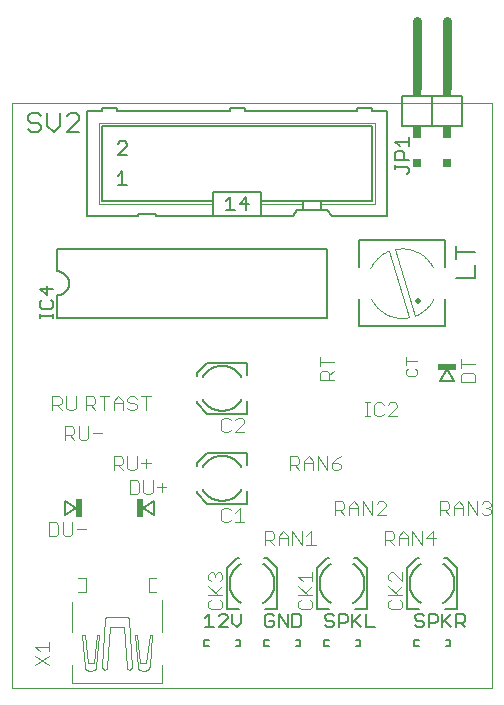
<source format=gto>
G75*
%MOIN*%
%OFA0B0*%
%FSLAX25Y25*%
%IPPOS*%
%LPD*%
%AMOC8*
5,1,8,0,0,1.08239X$1,22.5*
%
%ADD10C,0.00000*%
%ADD11C,0.00600*%
%ADD12C,0.00500*%
%ADD13C,0.00800*%
%ADD14C,0.00400*%
%ADD15C,0.00300*%
%ADD16R,0.06200X0.02400*%
%ADD17C,0.03000*%
%ADD18R,0.03000X0.02000*%
%ADD19R,0.03000X0.04000*%
%ADD20R,0.03000X0.03000*%
%ADD21C,0.00200*%
%ADD22C,0.00700*%
%ADD23C,0.01969*%
%ADD24R,0.02400X0.06200*%
D10*
X0001800Y0001800D02*
X0001800Y0196800D01*
X0161800Y0196800D01*
X0161800Y0001800D01*
X0001800Y0001800D01*
D11*
X0065800Y0015800D02*
X0067300Y0015800D01*
X0065800Y0015800D02*
X0065800Y0017800D01*
X0067300Y0017800D01*
X0076300Y0017800D02*
X0077800Y0017800D01*
X0077800Y0015800D01*
X0076300Y0015800D01*
X0085800Y0015800D02*
X0087300Y0015800D01*
X0085800Y0015800D02*
X0085800Y0017800D01*
X0087300Y0017800D01*
X0096300Y0017800D02*
X0097800Y0017800D01*
X0097800Y0015800D01*
X0096300Y0015800D01*
X0105800Y0015800D02*
X0107300Y0015800D01*
X0105800Y0015800D02*
X0105800Y0017800D01*
X0107300Y0017800D01*
X0116300Y0017800D02*
X0117800Y0017800D01*
X0117800Y0015800D01*
X0116300Y0015800D01*
X0135800Y0015800D02*
X0137300Y0015800D01*
X0135800Y0015800D02*
X0135800Y0017800D01*
X0137300Y0017800D01*
X0146300Y0017800D02*
X0147800Y0017800D01*
X0147800Y0015800D01*
X0146300Y0015800D01*
X0106800Y0125300D02*
X0106800Y0148300D01*
X0016800Y0148300D01*
X0016800Y0140800D01*
X0016926Y0140798D01*
X0017051Y0140792D01*
X0017176Y0140782D01*
X0017301Y0140768D01*
X0017426Y0140751D01*
X0017550Y0140729D01*
X0017673Y0140704D01*
X0017795Y0140674D01*
X0017916Y0140641D01*
X0018036Y0140604D01*
X0018155Y0140564D01*
X0018272Y0140519D01*
X0018389Y0140471D01*
X0018503Y0140419D01*
X0018616Y0140364D01*
X0018727Y0140305D01*
X0018836Y0140243D01*
X0018943Y0140177D01*
X0019048Y0140108D01*
X0019151Y0140036D01*
X0019252Y0139961D01*
X0019350Y0139882D01*
X0019445Y0139800D01*
X0019538Y0139716D01*
X0019628Y0139628D01*
X0019716Y0139538D01*
X0019800Y0139445D01*
X0019882Y0139350D01*
X0019961Y0139252D01*
X0020036Y0139151D01*
X0020108Y0139048D01*
X0020177Y0138943D01*
X0020243Y0138836D01*
X0020305Y0138727D01*
X0020364Y0138616D01*
X0020419Y0138503D01*
X0020471Y0138389D01*
X0020519Y0138272D01*
X0020564Y0138155D01*
X0020604Y0138036D01*
X0020641Y0137916D01*
X0020674Y0137795D01*
X0020704Y0137673D01*
X0020729Y0137550D01*
X0020751Y0137426D01*
X0020768Y0137301D01*
X0020782Y0137176D01*
X0020792Y0137051D01*
X0020798Y0136926D01*
X0020800Y0136800D01*
X0020798Y0136674D01*
X0020792Y0136549D01*
X0020782Y0136424D01*
X0020768Y0136299D01*
X0020751Y0136174D01*
X0020729Y0136050D01*
X0020704Y0135927D01*
X0020674Y0135805D01*
X0020641Y0135684D01*
X0020604Y0135564D01*
X0020564Y0135445D01*
X0020519Y0135328D01*
X0020471Y0135211D01*
X0020419Y0135097D01*
X0020364Y0134984D01*
X0020305Y0134873D01*
X0020243Y0134764D01*
X0020177Y0134657D01*
X0020108Y0134552D01*
X0020036Y0134449D01*
X0019961Y0134348D01*
X0019882Y0134250D01*
X0019800Y0134155D01*
X0019716Y0134062D01*
X0019628Y0133972D01*
X0019538Y0133884D01*
X0019445Y0133800D01*
X0019350Y0133718D01*
X0019252Y0133639D01*
X0019151Y0133564D01*
X0019048Y0133492D01*
X0018943Y0133423D01*
X0018836Y0133357D01*
X0018727Y0133295D01*
X0018616Y0133236D01*
X0018503Y0133181D01*
X0018389Y0133129D01*
X0018272Y0133081D01*
X0018155Y0133036D01*
X0018036Y0132996D01*
X0017916Y0132959D01*
X0017795Y0132926D01*
X0017673Y0132896D01*
X0017550Y0132871D01*
X0017426Y0132849D01*
X0017301Y0132832D01*
X0017176Y0132818D01*
X0017051Y0132808D01*
X0016926Y0132802D01*
X0016800Y0132800D01*
X0016800Y0125300D01*
X0106800Y0125300D01*
X0149811Y0138481D02*
X0156217Y0138481D01*
X0156217Y0142751D01*
X0156217Y0147061D02*
X0149811Y0147061D01*
X0149811Y0144926D02*
X0149811Y0149196D01*
X0151800Y0189300D02*
X0141800Y0189300D01*
X0141800Y0199300D01*
X0151800Y0199300D01*
X0151800Y0189300D01*
X0141800Y0189300D02*
X0131800Y0189300D01*
X0131800Y0199300D01*
X0141800Y0199300D01*
D12*
X0134050Y0185449D02*
X0134050Y0182446D01*
X0134050Y0183947D02*
X0129546Y0183947D01*
X0131047Y0182446D01*
X0130297Y0180845D02*
X0131798Y0180845D01*
X0132549Y0180094D01*
X0132549Y0177842D01*
X0134050Y0177842D02*
X0129546Y0177842D01*
X0129546Y0180094D01*
X0130297Y0180845D01*
X0129546Y0176241D02*
X0129546Y0174739D01*
X0129546Y0175490D02*
X0133299Y0175490D01*
X0134050Y0174739D01*
X0134050Y0173989D01*
X0133299Y0173238D01*
X0126800Y0159300D02*
X0126800Y0194300D01*
X0121800Y0194300D01*
X0121800Y0195300D01*
X0116800Y0195300D01*
X0116800Y0194300D01*
X0079300Y0194300D01*
X0079300Y0195300D01*
X0074300Y0195300D01*
X0074300Y0194300D01*
X0036800Y0194300D01*
X0036800Y0195300D01*
X0031800Y0195300D01*
X0031800Y0194300D01*
X0026800Y0194300D01*
X0026800Y0159300D01*
X0043800Y0159300D01*
X0043800Y0159800D01*
X0049800Y0159800D01*
X0049800Y0159300D01*
X0068800Y0159300D01*
X0068800Y0163300D01*
X0068800Y0164300D01*
X0031800Y0164300D01*
X0031800Y0189300D01*
X0121800Y0189300D01*
X0121800Y0164300D01*
X0104800Y0164300D01*
X0098800Y0164300D01*
X0084800Y0164300D01*
X0084800Y0163300D01*
X0084800Y0159300D01*
X0068800Y0159300D01*
X0068800Y0164300D02*
X0068800Y0167300D01*
X0084800Y0167300D01*
X0084800Y0164300D01*
X0084800Y0159300D02*
X0095300Y0159300D01*
X0096800Y0161300D01*
X0098800Y0161300D01*
X0104800Y0161300D01*
X0104800Y0163300D01*
X0104800Y0164300D01*
X0104800Y0161300D02*
X0106800Y0161300D01*
X0108300Y0159300D01*
X0126800Y0159300D01*
X0098800Y0161300D02*
X0098800Y0163300D01*
X0098800Y0164300D01*
X0080656Y0163302D02*
X0077654Y0163302D01*
X0079906Y0165554D01*
X0079906Y0161050D01*
X0076053Y0161050D02*
X0073050Y0161050D01*
X0074551Y0161050D02*
X0074551Y0165554D01*
X0073050Y0164053D01*
X0040053Y0169550D02*
X0037050Y0169550D01*
X0038551Y0169550D02*
X0038551Y0174054D01*
X0037050Y0172553D01*
X0037050Y0179550D02*
X0040053Y0182553D01*
X0040053Y0183303D01*
X0039302Y0184054D01*
X0037801Y0184054D01*
X0037050Y0183303D01*
X0037050Y0179550D02*
X0040053Y0179550D01*
X0015550Y0134975D02*
X0011046Y0134975D01*
X0013298Y0132723D01*
X0013298Y0135726D01*
X0011797Y0131122D02*
X0011046Y0130371D01*
X0011046Y0128870D01*
X0011797Y0128119D01*
X0014799Y0128119D01*
X0015550Y0128870D01*
X0015550Y0130371D01*
X0014799Y0131122D01*
X0015550Y0126551D02*
X0015550Y0125050D01*
X0015550Y0125801D02*
X0011046Y0125801D01*
X0011046Y0126551D02*
X0011046Y0125050D01*
X0067551Y0026554D02*
X0066050Y0025053D01*
X0067551Y0026554D02*
X0067551Y0022050D01*
X0066050Y0022050D02*
X0069053Y0022050D01*
X0070654Y0022050D02*
X0073656Y0025053D01*
X0073656Y0025803D01*
X0072906Y0026554D01*
X0071405Y0026554D01*
X0070654Y0025803D01*
X0070654Y0022050D02*
X0073656Y0022050D01*
X0075258Y0023551D02*
X0076759Y0022050D01*
X0078260Y0023551D01*
X0078260Y0026554D01*
X0075258Y0026554D02*
X0075258Y0023551D01*
X0086050Y0022801D02*
X0086801Y0022050D01*
X0088302Y0022050D01*
X0089053Y0022801D01*
X0089053Y0024302D01*
X0087551Y0024302D01*
X0086050Y0025803D02*
X0086050Y0022801D01*
X0086050Y0025803D02*
X0086801Y0026554D01*
X0088302Y0026554D01*
X0089053Y0025803D01*
X0090654Y0026554D02*
X0093656Y0022050D01*
X0093656Y0026554D01*
X0095258Y0026554D02*
X0097510Y0026554D01*
X0098260Y0025803D01*
X0098260Y0022801D01*
X0097510Y0022050D01*
X0095258Y0022050D01*
X0095258Y0026554D01*
X0090654Y0026554D02*
X0090654Y0022050D01*
X0106050Y0022801D02*
X0106801Y0022050D01*
X0108302Y0022050D01*
X0109053Y0022801D01*
X0109053Y0023551D01*
X0108302Y0024302D01*
X0106801Y0024302D01*
X0106050Y0025053D01*
X0106050Y0025803D01*
X0106801Y0026554D01*
X0108302Y0026554D01*
X0109053Y0025803D01*
X0110654Y0026554D02*
X0112906Y0026554D01*
X0113656Y0025803D01*
X0113656Y0024302D01*
X0112906Y0023551D01*
X0110654Y0023551D01*
X0110654Y0022050D02*
X0110654Y0026554D01*
X0115258Y0026554D02*
X0115258Y0022050D01*
X0115258Y0023551D02*
X0118260Y0026554D01*
X0119862Y0026554D02*
X0119862Y0022050D01*
X0122864Y0022050D01*
X0118260Y0022050D02*
X0116008Y0024302D01*
X0136050Y0025053D02*
X0136801Y0024302D01*
X0138302Y0024302D01*
X0139053Y0023551D01*
X0139053Y0022801D01*
X0138302Y0022050D01*
X0136801Y0022050D01*
X0136050Y0022801D01*
X0136050Y0025053D02*
X0136050Y0025803D01*
X0136801Y0026554D01*
X0138302Y0026554D01*
X0139053Y0025803D01*
X0140654Y0026554D02*
X0142906Y0026554D01*
X0143656Y0025803D01*
X0143656Y0024302D01*
X0142906Y0023551D01*
X0140654Y0023551D01*
X0140654Y0022050D02*
X0140654Y0026554D01*
X0145258Y0026554D02*
X0145258Y0022050D01*
X0145258Y0023551D02*
X0148260Y0026554D01*
X0149862Y0026554D02*
X0152114Y0026554D01*
X0152864Y0025803D01*
X0152864Y0024302D01*
X0152114Y0023551D01*
X0149862Y0023551D01*
X0149862Y0022050D02*
X0149862Y0026554D01*
X0151363Y0023551D02*
X0152864Y0022050D01*
X0148260Y0022050D02*
X0146008Y0024302D01*
D13*
X0146131Y0028335D02*
X0150265Y0028335D01*
X0150265Y0041721D01*
X0146721Y0045265D01*
X0145934Y0045265D01*
X0138060Y0043296D02*
X0137903Y0043203D01*
X0137748Y0043106D01*
X0137595Y0043006D01*
X0137445Y0042901D01*
X0137298Y0042793D01*
X0137153Y0042682D01*
X0137011Y0042567D01*
X0136872Y0042448D01*
X0136735Y0042326D01*
X0136602Y0042201D01*
X0136472Y0042073D01*
X0136345Y0041941D01*
X0136221Y0041807D01*
X0136101Y0041669D01*
X0135984Y0041529D01*
X0135870Y0041386D01*
X0135760Y0041240D01*
X0135654Y0041091D01*
X0135551Y0040940D01*
X0135452Y0040787D01*
X0135357Y0040631D01*
X0135265Y0040472D01*
X0135178Y0040312D01*
X0135094Y0040150D01*
X0135014Y0039985D01*
X0134939Y0039819D01*
X0134867Y0039651D01*
X0134800Y0039481D01*
X0134736Y0039309D01*
X0134677Y0039136D01*
X0134623Y0038962D01*
X0134572Y0038786D01*
X0134526Y0038610D01*
X0134484Y0038432D01*
X0134446Y0038253D01*
X0134413Y0038073D01*
X0134384Y0037893D01*
X0134360Y0037712D01*
X0134340Y0037530D01*
X0134324Y0037348D01*
X0134313Y0037165D01*
X0134306Y0036983D01*
X0134304Y0036800D01*
X0134306Y0036617D01*
X0134313Y0036435D01*
X0134324Y0036252D01*
X0134340Y0036070D01*
X0134360Y0035888D01*
X0134384Y0035707D01*
X0134413Y0035527D01*
X0134446Y0035347D01*
X0134484Y0035168D01*
X0134526Y0034990D01*
X0134572Y0034814D01*
X0134623Y0034638D01*
X0134677Y0034464D01*
X0134736Y0034291D01*
X0134800Y0034119D01*
X0134867Y0033949D01*
X0134939Y0033781D01*
X0135014Y0033615D01*
X0135094Y0033450D01*
X0135178Y0033288D01*
X0135265Y0033128D01*
X0135357Y0032969D01*
X0135452Y0032813D01*
X0135551Y0032660D01*
X0135654Y0032509D01*
X0135760Y0032360D01*
X0135870Y0032214D01*
X0135984Y0032071D01*
X0136101Y0031931D01*
X0136221Y0031793D01*
X0136345Y0031659D01*
X0136472Y0031527D01*
X0136602Y0031399D01*
X0136735Y0031274D01*
X0136872Y0031152D01*
X0137011Y0031033D01*
X0137153Y0030918D01*
X0137298Y0030807D01*
X0137445Y0030699D01*
X0137595Y0030594D01*
X0137748Y0030494D01*
X0137903Y0030397D01*
X0138060Y0030304D01*
X0137469Y0028335D02*
X0133335Y0028335D01*
X0133335Y0041721D01*
X0136879Y0045265D01*
X0137469Y0045265D01*
X0145540Y0043296D02*
X0145697Y0043203D01*
X0145852Y0043106D01*
X0146005Y0043006D01*
X0146155Y0042901D01*
X0146302Y0042793D01*
X0146447Y0042682D01*
X0146589Y0042567D01*
X0146728Y0042448D01*
X0146865Y0042326D01*
X0146998Y0042201D01*
X0147128Y0042073D01*
X0147255Y0041941D01*
X0147379Y0041807D01*
X0147499Y0041669D01*
X0147616Y0041529D01*
X0147730Y0041386D01*
X0147840Y0041240D01*
X0147946Y0041091D01*
X0148049Y0040940D01*
X0148148Y0040787D01*
X0148243Y0040631D01*
X0148335Y0040472D01*
X0148422Y0040312D01*
X0148506Y0040150D01*
X0148586Y0039985D01*
X0148661Y0039819D01*
X0148733Y0039651D01*
X0148800Y0039481D01*
X0148864Y0039309D01*
X0148923Y0039136D01*
X0148977Y0038962D01*
X0149028Y0038786D01*
X0149074Y0038610D01*
X0149116Y0038432D01*
X0149154Y0038253D01*
X0149187Y0038073D01*
X0149216Y0037893D01*
X0149240Y0037712D01*
X0149260Y0037530D01*
X0149276Y0037348D01*
X0149287Y0037165D01*
X0149294Y0036983D01*
X0149296Y0036800D01*
X0149294Y0036617D01*
X0149287Y0036435D01*
X0149276Y0036252D01*
X0149260Y0036070D01*
X0149240Y0035888D01*
X0149216Y0035707D01*
X0149187Y0035527D01*
X0149154Y0035347D01*
X0149116Y0035168D01*
X0149074Y0034990D01*
X0149028Y0034814D01*
X0148977Y0034638D01*
X0148923Y0034464D01*
X0148864Y0034291D01*
X0148800Y0034119D01*
X0148733Y0033949D01*
X0148661Y0033781D01*
X0148586Y0033615D01*
X0148506Y0033450D01*
X0148422Y0033288D01*
X0148335Y0033128D01*
X0148243Y0032969D01*
X0148148Y0032813D01*
X0148049Y0032660D01*
X0147946Y0032509D01*
X0147840Y0032360D01*
X0147730Y0032214D01*
X0147616Y0032071D01*
X0147499Y0031931D01*
X0147379Y0031793D01*
X0147255Y0031659D01*
X0147128Y0031527D01*
X0146998Y0031399D01*
X0146865Y0031274D01*
X0146728Y0031152D01*
X0146589Y0031033D01*
X0146447Y0030918D01*
X0146302Y0030807D01*
X0146155Y0030699D01*
X0146005Y0030594D01*
X0145852Y0030494D01*
X0145697Y0030397D01*
X0145540Y0030304D01*
X0120265Y0028335D02*
X0116131Y0028335D01*
X0120265Y0028335D02*
X0120265Y0041721D01*
X0116721Y0045265D01*
X0115934Y0045265D01*
X0108060Y0043296D02*
X0107903Y0043203D01*
X0107748Y0043106D01*
X0107595Y0043006D01*
X0107445Y0042901D01*
X0107298Y0042793D01*
X0107153Y0042682D01*
X0107011Y0042567D01*
X0106872Y0042448D01*
X0106735Y0042326D01*
X0106602Y0042201D01*
X0106472Y0042073D01*
X0106345Y0041941D01*
X0106221Y0041807D01*
X0106101Y0041669D01*
X0105984Y0041529D01*
X0105870Y0041386D01*
X0105760Y0041240D01*
X0105654Y0041091D01*
X0105551Y0040940D01*
X0105452Y0040787D01*
X0105357Y0040631D01*
X0105265Y0040472D01*
X0105178Y0040312D01*
X0105094Y0040150D01*
X0105014Y0039985D01*
X0104939Y0039819D01*
X0104867Y0039651D01*
X0104800Y0039481D01*
X0104736Y0039309D01*
X0104677Y0039136D01*
X0104623Y0038962D01*
X0104572Y0038786D01*
X0104526Y0038610D01*
X0104484Y0038432D01*
X0104446Y0038253D01*
X0104413Y0038073D01*
X0104384Y0037893D01*
X0104360Y0037712D01*
X0104340Y0037530D01*
X0104324Y0037348D01*
X0104313Y0037165D01*
X0104306Y0036983D01*
X0104304Y0036800D01*
X0104306Y0036617D01*
X0104313Y0036435D01*
X0104324Y0036252D01*
X0104340Y0036070D01*
X0104360Y0035888D01*
X0104384Y0035707D01*
X0104413Y0035527D01*
X0104446Y0035347D01*
X0104484Y0035168D01*
X0104526Y0034990D01*
X0104572Y0034814D01*
X0104623Y0034638D01*
X0104677Y0034464D01*
X0104736Y0034291D01*
X0104800Y0034119D01*
X0104867Y0033949D01*
X0104939Y0033781D01*
X0105014Y0033615D01*
X0105094Y0033450D01*
X0105178Y0033288D01*
X0105265Y0033128D01*
X0105357Y0032969D01*
X0105452Y0032813D01*
X0105551Y0032660D01*
X0105654Y0032509D01*
X0105760Y0032360D01*
X0105870Y0032214D01*
X0105984Y0032071D01*
X0106101Y0031931D01*
X0106221Y0031793D01*
X0106345Y0031659D01*
X0106472Y0031527D01*
X0106602Y0031399D01*
X0106735Y0031274D01*
X0106872Y0031152D01*
X0107011Y0031033D01*
X0107153Y0030918D01*
X0107298Y0030807D01*
X0107445Y0030699D01*
X0107595Y0030594D01*
X0107748Y0030494D01*
X0107903Y0030397D01*
X0108060Y0030304D01*
X0107469Y0028335D02*
X0103335Y0028335D01*
X0103335Y0041721D01*
X0106879Y0045265D01*
X0107469Y0045265D01*
X0115540Y0043296D02*
X0115697Y0043203D01*
X0115852Y0043106D01*
X0116005Y0043006D01*
X0116155Y0042901D01*
X0116302Y0042793D01*
X0116447Y0042682D01*
X0116589Y0042567D01*
X0116728Y0042448D01*
X0116865Y0042326D01*
X0116998Y0042201D01*
X0117128Y0042073D01*
X0117255Y0041941D01*
X0117379Y0041807D01*
X0117499Y0041669D01*
X0117616Y0041529D01*
X0117730Y0041386D01*
X0117840Y0041240D01*
X0117946Y0041091D01*
X0118049Y0040940D01*
X0118148Y0040787D01*
X0118243Y0040631D01*
X0118335Y0040472D01*
X0118422Y0040312D01*
X0118506Y0040150D01*
X0118586Y0039985D01*
X0118661Y0039819D01*
X0118733Y0039651D01*
X0118800Y0039481D01*
X0118864Y0039309D01*
X0118923Y0039136D01*
X0118977Y0038962D01*
X0119028Y0038786D01*
X0119074Y0038610D01*
X0119116Y0038432D01*
X0119154Y0038253D01*
X0119187Y0038073D01*
X0119216Y0037893D01*
X0119240Y0037712D01*
X0119260Y0037530D01*
X0119276Y0037348D01*
X0119287Y0037165D01*
X0119294Y0036983D01*
X0119296Y0036800D01*
X0119294Y0036617D01*
X0119287Y0036435D01*
X0119276Y0036252D01*
X0119260Y0036070D01*
X0119240Y0035888D01*
X0119216Y0035707D01*
X0119187Y0035527D01*
X0119154Y0035347D01*
X0119116Y0035168D01*
X0119074Y0034990D01*
X0119028Y0034814D01*
X0118977Y0034638D01*
X0118923Y0034464D01*
X0118864Y0034291D01*
X0118800Y0034119D01*
X0118733Y0033949D01*
X0118661Y0033781D01*
X0118586Y0033615D01*
X0118506Y0033450D01*
X0118422Y0033288D01*
X0118335Y0033128D01*
X0118243Y0032969D01*
X0118148Y0032813D01*
X0118049Y0032660D01*
X0117946Y0032509D01*
X0117840Y0032360D01*
X0117730Y0032214D01*
X0117616Y0032071D01*
X0117499Y0031931D01*
X0117379Y0031793D01*
X0117255Y0031659D01*
X0117128Y0031527D01*
X0116998Y0031399D01*
X0116865Y0031274D01*
X0116728Y0031152D01*
X0116589Y0031033D01*
X0116447Y0030918D01*
X0116302Y0030807D01*
X0116155Y0030699D01*
X0116005Y0030594D01*
X0115852Y0030494D01*
X0115697Y0030397D01*
X0115540Y0030304D01*
X0090265Y0028335D02*
X0086131Y0028335D01*
X0090265Y0028335D02*
X0090265Y0041721D01*
X0086721Y0045265D01*
X0085934Y0045265D01*
X0078060Y0043296D02*
X0077903Y0043203D01*
X0077748Y0043106D01*
X0077595Y0043006D01*
X0077445Y0042901D01*
X0077298Y0042793D01*
X0077153Y0042682D01*
X0077011Y0042567D01*
X0076872Y0042448D01*
X0076735Y0042326D01*
X0076602Y0042201D01*
X0076472Y0042073D01*
X0076345Y0041941D01*
X0076221Y0041807D01*
X0076101Y0041669D01*
X0075984Y0041529D01*
X0075870Y0041386D01*
X0075760Y0041240D01*
X0075654Y0041091D01*
X0075551Y0040940D01*
X0075452Y0040787D01*
X0075357Y0040631D01*
X0075265Y0040472D01*
X0075178Y0040312D01*
X0075094Y0040150D01*
X0075014Y0039985D01*
X0074939Y0039819D01*
X0074867Y0039651D01*
X0074800Y0039481D01*
X0074736Y0039309D01*
X0074677Y0039136D01*
X0074623Y0038962D01*
X0074572Y0038786D01*
X0074526Y0038610D01*
X0074484Y0038432D01*
X0074446Y0038253D01*
X0074413Y0038073D01*
X0074384Y0037893D01*
X0074360Y0037712D01*
X0074340Y0037530D01*
X0074324Y0037348D01*
X0074313Y0037165D01*
X0074306Y0036983D01*
X0074304Y0036800D01*
X0074306Y0036617D01*
X0074313Y0036435D01*
X0074324Y0036252D01*
X0074340Y0036070D01*
X0074360Y0035888D01*
X0074384Y0035707D01*
X0074413Y0035527D01*
X0074446Y0035347D01*
X0074484Y0035168D01*
X0074526Y0034990D01*
X0074572Y0034814D01*
X0074623Y0034638D01*
X0074677Y0034464D01*
X0074736Y0034291D01*
X0074800Y0034119D01*
X0074867Y0033949D01*
X0074939Y0033781D01*
X0075014Y0033615D01*
X0075094Y0033450D01*
X0075178Y0033288D01*
X0075265Y0033128D01*
X0075357Y0032969D01*
X0075452Y0032813D01*
X0075551Y0032660D01*
X0075654Y0032509D01*
X0075760Y0032360D01*
X0075870Y0032214D01*
X0075984Y0032071D01*
X0076101Y0031931D01*
X0076221Y0031793D01*
X0076345Y0031659D01*
X0076472Y0031527D01*
X0076602Y0031399D01*
X0076735Y0031274D01*
X0076872Y0031152D01*
X0077011Y0031033D01*
X0077153Y0030918D01*
X0077298Y0030807D01*
X0077445Y0030699D01*
X0077595Y0030594D01*
X0077748Y0030494D01*
X0077903Y0030397D01*
X0078060Y0030304D01*
X0077469Y0028335D02*
X0073335Y0028335D01*
X0073335Y0041721D01*
X0076879Y0045265D01*
X0077469Y0045265D01*
X0085540Y0043296D02*
X0085697Y0043203D01*
X0085852Y0043106D01*
X0086005Y0043006D01*
X0086155Y0042901D01*
X0086302Y0042793D01*
X0086447Y0042682D01*
X0086589Y0042567D01*
X0086728Y0042448D01*
X0086865Y0042326D01*
X0086998Y0042201D01*
X0087128Y0042073D01*
X0087255Y0041941D01*
X0087379Y0041807D01*
X0087499Y0041669D01*
X0087616Y0041529D01*
X0087730Y0041386D01*
X0087840Y0041240D01*
X0087946Y0041091D01*
X0088049Y0040940D01*
X0088148Y0040787D01*
X0088243Y0040631D01*
X0088335Y0040472D01*
X0088422Y0040312D01*
X0088506Y0040150D01*
X0088586Y0039985D01*
X0088661Y0039819D01*
X0088733Y0039651D01*
X0088800Y0039481D01*
X0088864Y0039309D01*
X0088923Y0039136D01*
X0088977Y0038962D01*
X0089028Y0038786D01*
X0089074Y0038610D01*
X0089116Y0038432D01*
X0089154Y0038253D01*
X0089187Y0038073D01*
X0089216Y0037893D01*
X0089240Y0037712D01*
X0089260Y0037530D01*
X0089276Y0037348D01*
X0089287Y0037165D01*
X0089294Y0036983D01*
X0089296Y0036800D01*
X0089294Y0036617D01*
X0089287Y0036435D01*
X0089276Y0036252D01*
X0089260Y0036070D01*
X0089240Y0035888D01*
X0089216Y0035707D01*
X0089187Y0035527D01*
X0089154Y0035347D01*
X0089116Y0035168D01*
X0089074Y0034990D01*
X0089028Y0034814D01*
X0088977Y0034638D01*
X0088923Y0034464D01*
X0088864Y0034291D01*
X0088800Y0034119D01*
X0088733Y0033949D01*
X0088661Y0033781D01*
X0088586Y0033615D01*
X0088506Y0033450D01*
X0088422Y0033288D01*
X0088335Y0033128D01*
X0088243Y0032969D01*
X0088148Y0032813D01*
X0088049Y0032660D01*
X0087946Y0032509D01*
X0087840Y0032360D01*
X0087730Y0032214D01*
X0087616Y0032071D01*
X0087499Y0031931D01*
X0087379Y0031793D01*
X0087255Y0031659D01*
X0087128Y0031527D01*
X0086998Y0031399D01*
X0086865Y0031274D01*
X0086728Y0031152D01*
X0086589Y0031033D01*
X0086447Y0030918D01*
X0086302Y0030807D01*
X0086155Y0030699D01*
X0086005Y0030594D01*
X0085852Y0030494D01*
X0085697Y0030397D01*
X0085540Y0030304D01*
X0080265Y0063335D02*
X0066879Y0063335D01*
X0063335Y0066879D01*
X0063335Y0067469D01*
X0063335Y0075934D02*
X0063335Y0076721D01*
X0066879Y0080265D01*
X0080265Y0080265D01*
X0080265Y0076131D01*
X0080265Y0067469D02*
X0080265Y0063335D01*
X0078296Y0075540D02*
X0078203Y0075697D01*
X0078106Y0075852D01*
X0078006Y0076005D01*
X0077901Y0076155D01*
X0077793Y0076302D01*
X0077682Y0076447D01*
X0077567Y0076589D01*
X0077448Y0076728D01*
X0077326Y0076865D01*
X0077201Y0076998D01*
X0077073Y0077128D01*
X0076941Y0077255D01*
X0076807Y0077379D01*
X0076669Y0077499D01*
X0076529Y0077616D01*
X0076386Y0077730D01*
X0076240Y0077840D01*
X0076091Y0077946D01*
X0075940Y0078049D01*
X0075787Y0078148D01*
X0075631Y0078243D01*
X0075472Y0078335D01*
X0075312Y0078422D01*
X0075150Y0078506D01*
X0074985Y0078586D01*
X0074819Y0078661D01*
X0074651Y0078733D01*
X0074481Y0078800D01*
X0074309Y0078864D01*
X0074136Y0078923D01*
X0073962Y0078977D01*
X0073786Y0079028D01*
X0073610Y0079074D01*
X0073432Y0079116D01*
X0073253Y0079154D01*
X0073073Y0079187D01*
X0072893Y0079216D01*
X0072712Y0079240D01*
X0072530Y0079260D01*
X0072348Y0079276D01*
X0072165Y0079287D01*
X0071983Y0079294D01*
X0071800Y0079296D01*
X0071617Y0079294D01*
X0071435Y0079287D01*
X0071252Y0079276D01*
X0071070Y0079260D01*
X0070888Y0079240D01*
X0070707Y0079216D01*
X0070527Y0079187D01*
X0070347Y0079154D01*
X0070168Y0079116D01*
X0069990Y0079074D01*
X0069814Y0079028D01*
X0069638Y0078977D01*
X0069464Y0078923D01*
X0069291Y0078864D01*
X0069119Y0078800D01*
X0068949Y0078733D01*
X0068781Y0078661D01*
X0068615Y0078586D01*
X0068450Y0078506D01*
X0068288Y0078422D01*
X0068128Y0078335D01*
X0067969Y0078243D01*
X0067813Y0078148D01*
X0067660Y0078049D01*
X0067509Y0077946D01*
X0067360Y0077840D01*
X0067214Y0077730D01*
X0067071Y0077616D01*
X0066931Y0077499D01*
X0066793Y0077379D01*
X0066659Y0077255D01*
X0066527Y0077128D01*
X0066399Y0076998D01*
X0066274Y0076865D01*
X0066152Y0076728D01*
X0066033Y0076589D01*
X0065918Y0076447D01*
X0065807Y0076302D01*
X0065699Y0076155D01*
X0065594Y0076005D01*
X0065494Y0075852D01*
X0065397Y0075697D01*
X0065304Y0075540D01*
X0065304Y0068060D02*
X0065397Y0067903D01*
X0065494Y0067748D01*
X0065594Y0067595D01*
X0065699Y0067445D01*
X0065807Y0067298D01*
X0065918Y0067153D01*
X0066033Y0067011D01*
X0066152Y0066872D01*
X0066274Y0066735D01*
X0066399Y0066602D01*
X0066527Y0066472D01*
X0066659Y0066345D01*
X0066793Y0066221D01*
X0066931Y0066101D01*
X0067071Y0065984D01*
X0067214Y0065870D01*
X0067360Y0065760D01*
X0067509Y0065654D01*
X0067660Y0065551D01*
X0067813Y0065452D01*
X0067969Y0065357D01*
X0068128Y0065265D01*
X0068288Y0065178D01*
X0068450Y0065094D01*
X0068615Y0065014D01*
X0068781Y0064939D01*
X0068949Y0064867D01*
X0069119Y0064800D01*
X0069291Y0064736D01*
X0069464Y0064677D01*
X0069638Y0064623D01*
X0069814Y0064572D01*
X0069990Y0064526D01*
X0070168Y0064484D01*
X0070347Y0064446D01*
X0070527Y0064413D01*
X0070707Y0064384D01*
X0070888Y0064360D01*
X0071070Y0064340D01*
X0071252Y0064324D01*
X0071435Y0064313D01*
X0071617Y0064306D01*
X0071800Y0064304D01*
X0071983Y0064306D01*
X0072165Y0064313D01*
X0072348Y0064324D01*
X0072530Y0064340D01*
X0072712Y0064360D01*
X0072893Y0064384D01*
X0073073Y0064413D01*
X0073253Y0064446D01*
X0073432Y0064484D01*
X0073610Y0064526D01*
X0073786Y0064572D01*
X0073962Y0064623D01*
X0074136Y0064677D01*
X0074309Y0064736D01*
X0074481Y0064800D01*
X0074651Y0064867D01*
X0074819Y0064939D01*
X0074985Y0065014D01*
X0075150Y0065094D01*
X0075312Y0065178D01*
X0075472Y0065265D01*
X0075631Y0065357D01*
X0075787Y0065452D01*
X0075940Y0065551D01*
X0076091Y0065654D01*
X0076240Y0065760D01*
X0076386Y0065870D01*
X0076529Y0065984D01*
X0076669Y0066101D01*
X0076807Y0066221D01*
X0076941Y0066345D01*
X0077073Y0066472D01*
X0077201Y0066602D01*
X0077326Y0066735D01*
X0077448Y0066872D01*
X0077567Y0067011D01*
X0077682Y0067153D01*
X0077793Y0067298D01*
X0077901Y0067445D01*
X0078006Y0067595D01*
X0078106Y0067748D01*
X0078203Y0067903D01*
X0078296Y0068060D01*
X0080265Y0093335D02*
X0066879Y0093335D01*
X0063335Y0096879D01*
X0063335Y0097469D01*
X0063335Y0105934D02*
X0063335Y0106721D01*
X0066879Y0110265D01*
X0080265Y0110265D01*
X0080265Y0106131D01*
X0080265Y0097469D02*
X0080265Y0093335D01*
X0078296Y0105540D02*
X0078203Y0105697D01*
X0078106Y0105852D01*
X0078006Y0106005D01*
X0077901Y0106155D01*
X0077793Y0106302D01*
X0077682Y0106447D01*
X0077567Y0106589D01*
X0077448Y0106728D01*
X0077326Y0106865D01*
X0077201Y0106998D01*
X0077073Y0107128D01*
X0076941Y0107255D01*
X0076807Y0107379D01*
X0076669Y0107499D01*
X0076529Y0107616D01*
X0076386Y0107730D01*
X0076240Y0107840D01*
X0076091Y0107946D01*
X0075940Y0108049D01*
X0075787Y0108148D01*
X0075631Y0108243D01*
X0075472Y0108335D01*
X0075312Y0108422D01*
X0075150Y0108506D01*
X0074985Y0108586D01*
X0074819Y0108661D01*
X0074651Y0108733D01*
X0074481Y0108800D01*
X0074309Y0108864D01*
X0074136Y0108923D01*
X0073962Y0108977D01*
X0073786Y0109028D01*
X0073610Y0109074D01*
X0073432Y0109116D01*
X0073253Y0109154D01*
X0073073Y0109187D01*
X0072893Y0109216D01*
X0072712Y0109240D01*
X0072530Y0109260D01*
X0072348Y0109276D01*
X0072165Y0109287D01*
X0071983Y0109294D01*
X0071800Y0109296D01*
X0071617Y0109294D01*
X0071435Y0109287D01*
X0071252Y0109276D01*
X0071070Y0109260D01*
X0070888Y0109240D01*
X0070707Y0109216D01*
X0070527Y0109187D01*
X0070347Y0109154D01*
X0070168Y0109116D01*
X0069990Y0109074D01*
X0069814Y0109028D01*
X0069638Y0108977D01*
X0069464Y0108923D01*
X0069291Y0108864D01*
X0069119Y0108800D01*
X0068949Y0108733D01*
X0068781Y0108661D01*
X0068615Y0108586D01*
X0068450Y0108506D01*
X0068288Y0108422D01*
X0068128Y0108335D01*
X0067969Y0108243D01*
X0067813Y0108148D01*
X0067660Y0108049D01*
X0067509Y0107946D01*
X0067360Y0107840D01*
X0067214Y0107730D01*
X0067071Y0107616D01*
X0066931Y0107499D01*
X0066793Y0107379D01*
X0066659Y0107255D01*
X0066527Y0107128D01*
X0066399Y0106998D01*
X0066274Y0106865D01*
X0066152Y0106728D01*
X0066033Y0106589D01*
X0065918Y0106447D01*
X0065807Y0106302D01*
X0065699Y0106155D01*
X0065594Y0106005D01*
X0065494Y0105852D01*
X0065397Y0105697D01*
X0065304Y0105540D01*
X0065304Y0098060D02*
X0065397Y0097903D01*
X0065494Y0097748D01*
X0065594Y0097595D01*
X0065699Y0097445D01*
X0065807Y0097298D01*
X0065918Y0097153D01*
X0066033Y0097011D01*
X0066152Y0096872D01*
X0066274Y0096735D01*
X0066399Y0096602D01*
X0066527Y0096472D01*
X0066659Y0096345D01*
X0066793Y0096221D01*
X0066931Y0096101D01*
X0067071Y0095984D01*
X0067214Y0095870D01*
X0067360Y0095760D01*
X0067509Y0095654D01*
X0067660Y0095551D01*
X0067813Y0095452D01*
X0067969Y0095357D01*
X0068128Y0095265D01*
X0068288Y0095178D01*
X0068450Y0095094D01*
X0068615Y0095014D01*
X0068781Y0094939D01*
X0068949Y0094867D01*
X0069119Y0094800D01*
X0069291Y0094736D01*
X0069464Y0094677D01*
X0069638Y0094623D01*
X0069814Y0094572D01*
X0069990Y0094526D01*
X0070168Y0094484D01*
X0070347Y0094446D01*
X0070527Y0094413D01*
X0070707Y0094384D01*
X0070888Y0094360D01*
X0071070Y0094340D01*
X0071252Y0094324D01*
X0071435Y0094313D01*
X0071617Y0094306D01*
X0071800Y0094304D01*
X0071983Y0094306D01*
X0072165Y0094313D01*
X0072348Y0094324D01*
X0072530Y0094340D01*
X0072712Y0094360D01*
X0072893Y0094384D01*
X0073073Y0094413D01*
X0073253Y0094446D01*
X0073432Y0094484D01*
X0073610Y0094526D01*
X0073786Y0094572D01*
X0073962Y0094623D01*
X0074136Y0094677D01*
X0074309Y0094736D01*
X0074481Y0094800D01*
X0074651Y0094867D01*
X0074819Y0094939D01*
X0074985Y0095014D01*
X0075150Y0095094D01*
X0075312Y0095178D01*
X0075472Y0095265D01*
X0075631Y0095357D01*
X0075787Y0095452D01*
X0075940Y0095551D01*
X0076091Y0095654D01*
X0076240Y0095760D01*
X0076386Y0095870D01*
X0076529Y0095984D01*
X0076669Y0096101D01*
X0076807Y0096221D01*
X0076941Y0096345D01*
X0077073Y0096472D01*
X0077201Y0096602D01*
X0077326Y0096735D01*
X0077448Y0096872D01*
X0077567Y0097011D01*
X0077682Y0097153D01*
X0077793Y0097298D01*
X0077901Y0097445D01*
X0078006Y0097595D01*
X0078106Y0097748D01*
X0078203Y0097903D01*
X0078296Y0098060D01*
X0049269Y0064162D02*
X0049269Y0059438D01*
X0045331Y0061800D01*
X0049269Y0064162D01*
X0023269Y0061800D02*
X0019331Y0064162D01*
X0019331Y0059438D01*
X0023269Y0061800D01*
X0117430Y0122430D02*
X0117430Y0131485D01*
X0117430Y0122430D02*
X0146170Y0122430D01*
X0146170Y0131485D01*
X0146170Y0142115D02*
X0146170Y0151170D01*
X0117430Y0151170D01*
X0117430Y0142115D01*
X0146800Y0108269D02*
X0144438Y0104331D01*
X0149162Y0104331D01*
X0146800Y0108269D01*
D14*
X0151496Y0108396D02*
X0151496Y0111465D01*
X0151496Y0109931D02*
X0156100Y0109931D01*
X0155333Y0106861D02*
X0152263Y0106861D01*
X0151496Y0106094D01*
X0151496Y0103792D01*
X0156100Y0103792D01*
X0156100Y0106094D01*
X0155333Y0106861D01*
X0136229Y0125973D02*
X0129339Y0148119D01*
X0127371Y0147627D02*
X0134261Y0125481D01*
X0121269Y0141820D02*
X0121395Y0142078D01*
X0121528Y0142332D01*
X0121667Y0142584D01*
X0121811Y0142832D01*
X0121962Y0143076D01*
X0122119Y0143317D01*
X0122282Y0143554D01*
X0122450Y0143786D01*
X0122624Y0144015D01*
X0122804Y0144239D01*
X0122989Y0144459D01*
X0123179Y0144674D01*
X0123374Y0144884D01*
X0123575Y0145090D01*
X0123781Y0145290D01*
X0123991Y0145486D01*
X0124206Y0145676D01*
X0124426Y0145861D01*
X0124650Y0146040D01*
X0124879Y0146214D01*
X0125112Y0146382D01*
X0125349Y0146545D01*
X0125589Y0146701D01*
X0125834Y0146852D01*
X0126082Y0146997D01*
X0126333Y0147135D01*
X0126588Y0147267D01*
X0126846Y0147394D01*
X0127108Y0147513D01*
X0127371Y0147626D01*
X0142331Y0131780D02*
X0142205Y0131522D01*
X0142072Y0131268D01*
X0141933Y0131016D01*
X0141789Y0130768D01*
X0141638Y0130524D01*
X0141481Y0130283D01*
X0141318Y0130046D01*
X0141150Y0129814D01*
X0140976Y0129585D01*
X0140796Y0129361D01*
X0140611Y0129141D01*
X0140421Y0128926D01*
X0140226Y0128716D01*
X0140025Y0128510D01*
X0139819Y0128310D01*
X0139609Y0128114D01*
X0139394Y0127924D01*
X0139174Y0127739D01*
X0138950Y0127560D01*
X0138721Y0127386D01*
X0138488Y0127218D01*
X0138251Y0127055D01*
X0138011Y0126899D01*
X0137766Y0126748D01*
X0137518Y0126603D01*
X0137267Y0126465D01*
X0137012Y0126333D01*
X0136754Y0126206D01*
X0136492Y0126087D01*
X0136229Y0125974D01*
X0134260Y0125481D02*
X0133982Y0125424D01*
X0133703Y0125374D01*
X0133423Y0125331D01*
X0133141Y0125295D01*
X0132859Y0125265D01*
X0132576Y0125243D01*
X0132293Y0125227D01*
X0132009Y0125219D01*
X0131726Y0125217D01*
X0131442Y0125223D01*
X0131158Y0125235D01*
X0130875Y0125254D01*
X0130593Y0125280D01*
X0130311Y0125313D01*
X0130030Y0125353D01*
X0129750Y0125400D01*
X0129472Y0125454D01*
X0129195Y0125515D01*
X0128919Y0125582D01*
X0128645Y0125656D01*
X0128373Y0125736D01*
X0128103Y0125824D01*
X0127835Y0125918D01*
X0127570Y0126018D01*
X0127307Y0126125D01*
X0127047Y0126238D01*
X0126790Y0126358D01*
X0126536Y0126484D01*
X0126284Y0126616D01*
X0126037Y0126754D01*
X0125792Y0126899D01*
X0125552Y0127049D01*
X0125315Y0127205D01*
X0125082Y0127367D01*
X0124853Y0127534D01*
X0124628Y0127707D01*
X0124407Y0127886D01*
X0124191Y0128069D01*
X0123980Y0128258D01*
X0123773Y0128453D01*
X0123571Y0128652D01*
X0123374Y0128856D01*
X0123181Y0129065D01*
X0122995Y0129278D01*
X0122813Y0129496D01*
X0122637Y0129719D01*
X0122466Y0129945D01*
X0122301Y0130176D01*
X0122142Y0130411D01*
X0121988Y0130649D01*
X0121840Y0130891D01*
X0121699Y0131137D01*
X0121563Y0131386D01*
X0129340Y0148119D02*
X0129618Y0148176D01*
X0129897Y0148226D01*
X0130177Y0148269D01*
X0130459Y0148305D01*
X0130741Y0148335D01*
X0131024Y0148357D01*
X0131307Y0148373D01*
X0131591Y0148381D01*
X0131874Y0148383D01*
X0132158Y0148377D01*
X0132442Y0148365D01*
X0132725Y0148346D01*
X0133007Y0148320D01*
X0133289Y0148287D01*
X0133570Y0148247D01*
X0133850Y0148200D01*
X0134128Y0148146D01*
X0134405Y0148085D01*
X0134681Y0148018D01*
X0134955Y0147944D01*
X0135227Y0147864D01*
X0135497Y0147776D01*
X0135765Y0147682D01*
X0136030Y0147582D01*
X0136293Y0147475D01*
X0136553Y0147362D01*
X0136810Y0147242D01*
X0137064Y0147116D01*
X0137316Y0146984D01*
X0137563Y0146846D01*
X0137808Y0146701D01*
X0138048Y0146551D01*
X0138285Y0146395D01*
X0138518Y0146233D01*
X0138747Y0146066D01*
X0138972Y0145893D01*
X0139193Y0145714D01*
X0139409Y0145531D01*
X0139620Y0145342D01*
X0139827Y0145147D01*
X0140029Y0144948D01*
X0140226Y0144744D01*
X0140419Y0144535D01*
X0140605Y0144322D01*
X0140787Y0144104D01*
X0140963Y0143881D01*
X0141134Y0143655D01*
X0141299Y0143424D01*
X0141458Y0143189D01*
X0141612Y0142951D01*
X0141760Y0142709D01*
X0141901Y0142463D01*
X0142037Y0142214D01*
X0109100Y0110639D02*
X0104496Y0110639D01*
X0104496Y0112173D02*
X0104496Y0109104D01*
X0105263Y0107569D02*
X0106798Y0107569D01*
X0107565Y0106802D01*
X0107565Y0104500D01*
X0107565Y0106035D02*
X0109100Y0107569D01*
X0109100Y0104500D02*
X0104496Y0104500D01*
X0104496Y0106802D01*
X0105263Y0107569D01*
X0119500Y0097104D02*
X0121035Y0097104D01*
X0120267Y0097104D02*
X0120267Y0092500D01*
X0119500Y0092500D02*
X0121035Y0092500D01*
X0122569Y0093267D02*
X0123337Y0092500D01*
X0124871Y0092500D01*
X0125639Y0093267D01*
X0127173Y0092500D02*
X0130242Y0095569D01*
X0130242Y0096337D01*
X0129475Y0097104D01*
X0127941Y0097104D01*
X0127173Y0096337D01*
X0125639Y0096337D02*
X0124871Y0097104D01*
X0123337Y0097104D01*
X0122569Y0096337D01*
X0122569Y0093267D01*
X0127173Y0092500D02*
X0130242Y0092500D01*
X0111381Y0079104D02*
X0109846Y0078337D01*
X0108312Y0076802D01*
X0110614Y0076802D01*
X0111381Y0076035D01*
X0111381Y0075267D01*
X0110614Y0074500D01*
X0109079Y0074500D01*
X0108312Y0075267D01*
X0108312Y0076802D01*
X0106777Y0074500D02*
X0106777Y0079104D01*
X0103708Y0079104D02*
X0103708Y0074500D01*
X0102173Y0074500D02*
X0102173Y0077569D01*
X0100639Y0079104D01*
X0099104Y0077569D01*
X0099104Y0074500D01*
X0097569Y0074500D02*
X0096035Y0076035D01*
X0096802Y0076035D02*
X0094500Y0076035D01*
X0094500Y0074500D02*
X0094500Y0079104D01*
X0096802Y0079104D01*
X0097569Y0078337D01*
X0097569Y0076802D01*
X0096802Y0076035D01*
X0099104Y0076802D02*
X0102173Y0076802D01*
X0103708Y0079104D02*
X0106777Y0074500D01*
X0109500Y0064104D02*
X0111802Y0064104D01*
X0112569Y0063337D01*
X0112569Y0061802D01*
X0111802Y0061035D01*
X0109500Y0061035D01*
X0111035Y0061035D02*
X0112569Y0059500D01*
X0114104Y0059500D02*
X0114104Y0062569D01*
X0115639Y0064104D01*
X0117173Y0062569D01*
X0117173Y0059500D01*
X0118708Y0059500D02*
X0118708Y0064104D01*
X0121777Y0059500D01*
X0121777Y0064104D01*
X0123312Y0063337D02*
X0124079Y0064104D01*
X0125614Y0064104D01*
X0126381Y0063337D01*
X0126381Y0062569D01*
X0123312Y0059500D01*
X0126381Y0059500D01*
X0126084Y0054104D02*
X0128386Y0054104D01*
X0129154Y0053337D01*
X0129154Y0051802D01*
X0128386Y0051035D01*
X0126084Y0051035D01*
X0127619Y0051035D02*
X0129154Y0049500D01*
X0130688Y0049500D02*
X0130688Y0052569D01*
X0132223Y0054104D01*
X0133757Y0052569D01*
X0133757Y0049500D01*
X0135292Y0049500D02*
X0135292Y0054104D01*
X0138361Y0049500D01*
X0138361Y0054104D01*
X0139896Y0051802D02*
X0142965Y0051802D01*
X0142198Y0049500D02*
X0142198Y0054104D01*
X0139896Y0051802D01*
X0133757Y0051802D02*
X0130688Y0051802D01*
X0126084Y0049500D02*
X0126084Y0054104D01*
X0117173Y0061802D02*
X0114104Y0061802D01*
X0109500Y0059500D02*
X0109500Y0064104D01*
X0101431Y0054104D02*
X0101431Y0049500D01*
X0102965Y0049500D02*
X0099896Y0049500D01*
X0098361Y0049500D02*
X0098361Y0054104D01*
X0099896Y0052569D02*
X0101431Y0054104D01*
X0098361Y0049500D02*
X0095292Y0054104D01*
X0095292Y0049500D01*
X0093757Y0049500D02*
X0093757Y0052569D01*
X0092223Y0054104D01*
X0090688Y0052569D01*
X0090688Y0049500D01*
X0089154Y0049500D02*
X0087619Y0051035D01*
X0088386Y0051035D02*
X0086084Y0051035D01*
X0086084Y0049500D02*
X0086084Y0054104D01*
X0088386Y0054104D01*
X0089154Y0053337D01*
X0089154Y0051802D01*
X0088386Y0051035D01*
X0090688Y0051802D02*
X0093757Y0051802D01*
X0097232Y0038924D02*
X0101836Y0038924D01*
X0101836Y0040458D02*
X0101836Y0037389D01*
X0101836Y0035854D02*
X0099534Y0033552D01*
X0100302Y0032785D02*
X0097232Y0035854D01*
X0098767Y0037389D02*
X0097232Y0038924D01*
X0097232Y0032785D02*
X0101836Y0032785D01*
X0101069Y0031250D02*
X0101836Y0030483D01*
X0101836Y0028948D01*
X0101069Y0028181D01*
X0098000Y0028181D01*
X0097232Y0028948D01*
X0097232Y0030483D01*
X0098000Y0031250D01*
X0079284Y0057236D02*
X0076215Y0057236D01*
X0077750Y0057236D02*
X0077750Y0061840D01*
X0076215Y0060305D01*
X0074680Y0061073D02*
X0073913Y0061840D01*
X0072378Y0061840D01*
X0071611Y0061073D01*
X0071611Y0058004D01*
X0072378Y0057236D01*
X0073913Y0057236D01*
X0074680Y0058004D01*
X0071069Y0040458D02*
X0071836Y0039691D01*
X0071836Y0038156D01*
X0071069Y0037389D01*
X0071836Y0035854D02*
X0069534Y0033552D01*
X0070302Y0032785D02*
X0067232Y0035854D01*
X0068000Y0037389D02*
X0067232Y0038156D01*
X0067232Y0039691D01*
X0068000Y0040458D01*
X0068767Y0040458D01*
X0069534Y0039691D01*
X0070302Y0040458D01*
X0071069Y0040458D01*
X0069534Y0039691D02*
X0069534Y0038924D01*
X0067232Y0032785D02*
X0071836Y0032785D01*
X0071069Y0031250D02*
X0071836Y0030483D01*
X0071836Y0028948D01*
X0071069Y0028181D01*
X0068000Y0028181D01*
X0067232Y0028948D01*
X0067232Y0030483D01*
X0068000Y0031250D01*
X0051946Y0031069D02*
X0051946Y0020489D01*
X0048449Y0019646D02*
X0047631Y0019646D01*
X0046610Y0010244D01*
X0044566Y0010244D01*
X0043544Y0019646D01*
X0042726Y0019646D01*
X0043748Y0008814D01*
X0043755Y0008748D01*
X0043766Y0008683D01*
X0043780Y0008618D01*
X0043798Y0008555D01*
X0043820Y0008492D01*
X0043845Y0008431D01*
X0043873Y0008371D01*
X0043905Y0008313D01*
X0043941Y0008257D01*
X0043979Y0008203D01*
X0044020Y0008152D01*
X0044064Y0008103D01*
X0044111Y0008056D01*
X0044161Y0008012D01*
X0044213Y0007971D01*
X0044267Y0007933D01*
X0044323Y0007898D01*
X0044381Y0007867D01*
X0044441Y0007839D01*
X0044503Y0007814D01*
X0044565Y0007793D01*
X0041704Y0008814D02*
X0040887Y0024756D01*
X0040882Y0024813D01*
X0040873Y0024870D01*
X0040860Y0024926D01*
X0040844Y0024981D01*
X0040824Y0025035D01*
X0040800Y0025087D01*
X0040774Y0025138D01*
X0040743Y0025187D01*
X0040710Y0025234D01*
X0040674Y0025279D01*
X0040634Y0025321D01*
X0040592Y0025360D01*
X0040548Y0025396D01*
X0040501Y0025430D01*
X0040452Y0025460D01*
X0040401Y0025487D01*
X0040349Y0025510D01*
X0040295Y0025530D01*
X0040239Y0025546D01*
X0040183Y0025559D01*
X0040126Y0025568D01*
X0040069Y0025573D01*
X0033530Y0025573D01*
X0033530Y0025574D02*
X0033473Y0025569D01*
X0033416Y0025560D01*
X0033360Y0025547D01*
X0033305Y0025531D01*
X0033251Y0025511D01*
X0033198Y0025488D01*
X0033147Y0025461D01*
X0033098Y0025431D01*
X0033051Y0025397D01*
X0033007Y0025361D01*
X0032965Y0025322D01*
X0032925Y0025279D01*
X0032889Y0025235D01*
X0032856Y0025188D01*
X0032825Y0025139D01*
X0032798Y0025088D01*
X0032775Y0025036D01*
X0032755Y0024982D01*
X0032739Y0024927D01*
X0032726Y0024870D01*
X0032717Y0024814D01*
X0032712Y0024756D01*
X0031895Y0008814D01*
X0031897Y0008758D01*
X0031903Y0008703D01*
X0031912Y0008648D01*
X0031925Y0008594D01*
X0031942Y0008540D01*
X0031963Y0008489D01*
X0031987Y0008438D01*
X0032014Y0008389D01*
X0032045Y0008343D01*
X0032078Y0008298D01*
X0032115Y0008256D01*
X0032154Y0008217D01*
X0032196Y0008180D01*
X0032241Y0008147D01*
X0032287Y0008116D01*
X0032336Y0008089D01*
X0032387Y0008065D01*
X0032438Y0008044D01*
X0032492Y0008027D01*
X0032546Y0008014D01*
X0032601Y0008005D01*
X0032656Y0007999D01*
X0032712Y0007997D01*
X0032712Y0007996D02*
X0032713Y0007996D01*
X0032713Y0007997D02*
X0032769Y0007999D01*
X0032824Y0008005D01*
X0032879Y0008014D01*
X0032933Y0008027D01*
X0032987Y0008044D01*
X0033038Y0008065D01*
X0033089Y0008089D01*
X0033138Y0008116D01*
X0033184Y0008147D01*
X0033229Y0008180D01*
X0033271Y0008217D01*
X0033310Y0008256D01*
X0033347Y0008298D01*
X0033380Y0008343D01*
X0033411Y0008389D01*
X0033438Y0008438D01*
X0033462Y0008489D01*
X0033483Y0008540D01*
X0033500Y0008594D01*
X0033513Y0008648D01*
X0033522Y0008703D01*
X0033528Y0008758D01*
X0033530Y0008814D01*
X0034347Y0022303D01*
X0034346Y0022303D02*
X0039252Y0022303D01*
X0040069Y0008814D01*
X0040070Y0008814D02*
X0040072Y0008758D01*
X0040078Y0008703D01*
X0040087Y0008648D01*
X0040100Y0008594D01*
X0040117Y0008540D01*
X0040138Y0008489D01*
X0040162Y0008438D01*
X0040189Y0008389D01*
X0040220Y0008343D01*
X0040253Y0008298D01*
X0040290Y0008256D01*
X0040329Y0008217D01*
X0040371Y0008180D01*
X0040416Y0008147D01*
X0040462Y0008116D01*
X0040511Y0008089D01*
X0040562Y0008065D01*
X0040613Y0008044D01*
X0040667Y0008027D01*
X0040721Y0008014D01*
X0040776Y0008005D01*
X0040831Y0007999D01*
X0040887Y0007997D01*
X0040943Y0007999D01*
X0040998Y0008005D01*
X0041053Y0008014D01*
X0041107Y0008027D01*
X0041161Y0008044D01*
X0041212Y0008065D01*
X0041263Y0008089D01*
X0041312Y0008116D01*
X0041358Y0008147D01*
X0041403Y0008180D01*
X0041445Y0008217D01*
X0041484Y0008256D01*
X0041521Y0008298D01*
X0041554Y0008343D01*
X0041585Y0008389D01*
X0041612Y0008438D01*
X0041636Y0008489D01*
X0041657Y0008540D01*
X0041674Y0008594D01*
X0041687Y0008648D01*
X0041696Y0008703D01*
X0041702Y0008758D01*
X0041704Y0008814D01*
X0044566Y0007793D02*
X0044681Y0007759D01*
X0044798Y0007729D01*
X0044915Y0007703D01*
X0045033Y0007681D01*
X0045151Y0007662D01*
X0045271Y0007647D01*
X0045390Y0007636D01*
X0045510Y0007628D01*
X0045630Y0007624D01*
X0045750Y0007624D01*
X0045870Y0007628D01*
X0045990Y0007636D01*
X0046109Y0007647D01*
X0046229Y0007662D01*
X0046347Y0007681D01*
X0046465Y0007703D01*
X0046582Y0007729D01*
X0046699Y0007759D01*
X0046814Y0007793D01*
X0046876Y0007814D01*
X0046938Y0007839D01*
X0046998Y0007867D01*
X0047056Y0007898D01*
X0047112Y0007933D01*
X0047166Y0007971D01*
X0047218Y0008012D01*
X0047268Y0008056D01*
X0047315Y0008103D01*
X0047359Y0008152D01*
X0047400Y0008203D01*
X0047438Y0008257D01*
X0047474Y0008313D01*
X0047506Y0008371D01*
X0047534Y0008431D01*
X0047559Y0008492D01*
X0047581Y0008555D01*
X0047599Y0008618D01*
X0047613Y0008683D01*
X0047624Y0008748D01*
X0047631Y0008814D01*
X0048449Y0019646D01*
X0051924Y0009420D02*
X0051924Y0003500D01*
X0051924Y0003500D01*
X0021676Y0003500D01*
X0021676Y0009419D01*
X0025968Y0008814D02*
X0025150Y0019646D01*
X0025968Y0019646D01*
X0026989Y0010244D01*
X0029033Y0010244D01*
X0030055Y0019646D01*
X0030873Y0019646D01*
X0029851Y0008814D01*
X0029844Y0008748D01*
X0029833Y0008683D01*
X0029819Y0008618D01*
X0029801Y0008555D01*
X0029779Y0008492D01*
X0029754Y0008431D01*
X0029726Y0008371D01*
X0029694Y0008313D01*
X0029658Y0008257D01*
X0029620Y0008203D01*
X0029579Y0008152D01*
X0029535Y0008103D01*
X0029488Y0008056D01*
X0029438Y0008012D01*
X0029386Y0007971D01*
X0029332Y0007933D01*
X0029276Y0007898D01*
X0029218Y0007867D01*
X0029158Y0007839D01*
X0029096Y0007814D01*
X0029034Y0007793D01*
X0026785Y0007793D02*
X0026723Y0007814D01*
X0026661Y0007839D01*
X0026601Y0007867D01*
X0026543Y0007898D01*
X0026487Y0007933D01*
X0026433Y0007971D01*
X0026381Y0008012D01*
X0026331Y0008056D01*
X0026284Y0008103D01*
X0026240Y0008152D01*
X0026199Y0008203D01*
X0026161Y0008257D01*
X0026125Y0008313D01*
X0026093Y0008371D01*
X0026065Y0008431D01*
X0026040Y0008492D01*
X0026018Y0008555D01*
X0026000Y0008618D01*
X0025986Y0008683D01*
X0025975Y0008748D01*
X0025968Y0008814D01*
X0026785Y0007793D02*
X0026900Y0007759D01*
X0027017Y0007729D01*
X0027134Y0007703D01*
X0027252Y0007681D01*
X0027370Y0007662D01*
X0027490Y0007647D01*
X0027609Y0007636D01*
X0027729Y0007628D01*
X0027849Y0007624D01*
X0027969Y0007624D01*
X0028089Y0007628D01*
X0028209Y0007636D01*
X0028328Y0007647D01*
X0028448Y0007662D01*
X0028566Y0007681D01*
X0028684Y0007703D01*
X0028801Y0007729D01*
X0028918Y0007759D01*
X0029033Y0007793D01*
X0021653Y0003482D02*
X0051947Y0003482D01*
X0049887Y0033925D02*
X0047430Y0033925D01*
X0047429Y0033925D02*
X0047429Y0038443D01*
X0049920Y0038443D01*
X0047906Y0066500D02*
X0048673Y0067267D01*
X0048673Y0071104D01*
X0050208Y0068802D02*
X0053277Y0068802D01*
X0051742Y0070337D02*
X0051742Y0067267D01*
X0047906Y0066500D02*
X0046371Y0066500D01*
X0045604Y0067267D01*
X0045604Y0071104D01*
X0044069Y0070337D02*
X0043302Y0071104D01*
X0041000Y0071104D01*
X0041000Y0066500D01*
X0043302Y0066500D01*
X0044069Y0067267D01*
X0044069Y0070337D01*
X0042594Y0074500D02*
X0043361Y0075267D01*
X0043361Y0079104D01*
X0044896Y0076802D02*
X0047965Y0076802D01*
X0046431Y0078337D02*
X0046431Y0075267D01*
X0042594Y0074500D02*
X0041059Y0074500D01*
X0040292Y0075267D01*
X0040292Y0079104D01*
X0038757Y0078337D02*
X0038757Y0076802D01*
X0037990Y0076035D01*
X0035688Y0076035D01*
X0037223Y0076035D02*
X0038757Y0074500D01*
X0035688Y0074500D02*
X0035688Y0079104D01*
X0037990Y0079104D01*
X0038757Y0078337D01*
X0031777Y0086802D02*
X0028708Y0086802D01*
X0027173Y0085267D02*
X0027173Y0089104D01*
X0024104Y0089104D02*
X0024104Y0085267D01*
X0024871Y0084500D01*
X0026406Y0084500D01*
X0027173Y0085267D01*
X0022569Y0084500D02*
X0021035Y0086035D01*
X0021802Y0086035D02*
X0022569Y0086802D01*
X0022569Y0088337D01*
X0021802Y0089104D01*
X0019500Y0089104D01*
X0019500Y0084500D01*
X0019500Y0086035D02*
X0021802Y0086035D01*
X0022198Y0094500D02*
X0020663Y0094500D01*
X0019896Y0095267D01*
X0019896Y0099104D01*
X0018361Y0098337D02*
X0018361Y0096802D01*
X0017594Y0096035D01*
X0015292Y0096035D01*
X0016827Y0096035D02*
X0018361Y0094500D01*
X0015292Y0094500D02*
X0015292Y0099104D01*
X0017594Y0099104D01*
X0018361Y0098337D01*
X0022965Y0099104D02*
X0022965Y0095267D01*
X0022198Y0094500D01*
X0026480Y0094500D02*
X0026480Y0099104D01*
X0028782Y0099104D01*
X0029550Y0098337D01*
X0029550Y0096802D01*
X0028782Y0096035D01*
X0026480Y0096035D01*
X0028015Y0096035D02*
X0029550Y0094500D01*
X0032619Y0094500D02*
X0032619Y0099104D01*
X0031084Y0099104D02*
X0034154Y0099104D01*
X0035688Y0097569D02*
X0037223Y0099104D01*
X0038757Y0097569D01*
X0038757Y0094500D01*
X0040292Y0095267D02*
X0041059Y0094500D01*
X0042594Y0094500D01*
X0043361Y0095267D01*
X0043361Y0096035D01*
X0042594Y0096802D01*
X0041059Y0096802D01*
X0040292Y0097569D01*
X0040292Y0098337D01*
X0041059Y0099104D01*
X0042594Y0099104D01*
X0043361Y0098337D01*
X0044896Y0099104D02*
X0047965Y0099104D01*
X0046431Y0099104D02*
X0046431Y0094500D01*
X0038757Y0096802D02*
X0035688Y0096802D01*
X0035688Y0097569D02*
X0035688Y0094500D01*
X0021861Y0057104D02*
X0021861Y0053267D01*
X0021094Y0052500D01*
X0019559Y0052500D01*
X0018792Y0053267D01*
X0018792Y0057104D01*
X0017257Y0056337D02*
X0016490Y0057104D01*
X0014188Y0057104D01*
X0014188Y0052500D01*
X0016490Y0052500D01*
X0017257Y0053267D01*
X0017257Y0056337D01*
X0023396Y0054802D02*
X0026465Y0054802D01*
X0026569Y0038376D02*
X0023712Y0038376D01*
X0026569Y0038376D02*
X0026569Y0033925D01*
X0023712Y0033926D01*
X0021653Y0030670D02*
X0021654Y0020689D01*
X0014100Y0017173D02*
X0014100Y0014104D01*
X0014100Y0015639D02*
X0009496Y0015639D01*
X0011031Y0014104D01*
X0009496Y0012569D02*
X0014100Y0009500D01*
X0014100Y0012569D02*
X0009496Y0009500D01*
X0072378Y0087236D02*
X0073913Y0087236D01*
X0074680Y0088004D01*
X0076215Y0087236D02*
X0079284Y0090305D01*
X0079284Y0091073D01*
X0078517Y0091840D01*
X0076982Y0091840D01*
X0076215Y0091073D01*
X0074680Y0091073D02*
X0073913Y0091840D01*
X0072378Y0091840D01*
X0071611Y0091073D01*
X0071611Y0088004D01*
X0072378Y0087236D01*
X0076215Y0087236D02*
X0079284Y0087236D01*
X0127232Y0039691D02*
X0127232Y0038156D01*
X0128000Y0037389D01*
X0127232Y0035854D02*
X0130302Y0032785D01*
X0129534Y0033552D02*
X0131836Y0035854D01*
X0131836Y0037389D02*
X0128767Y0040458D01*
X0128000Y0040458D01*
X0127232Y0039691D01*
X0131836Y0040458D02*
X0131836Y0037389D01*
X0131836Y0032785D02*
X0127232Y0032785D01*
X0128000Y0031250D02*
X0127232Y0030483D01*
X0127232Y0028948D01*
X0128000Y0028181D01*
X0131069Y0028181D01*
X0131836Y0028948D01*
X0131836Y0030483D01*
X0131069Y0031250D01*
X0144500Y0059500D02*
X0144500Y0064104D01*
X0146802Y0064104D01*
X0147569Y0063337D01*
X0147569Y0061802D01*
X0146802Y0061035D01*
X0144500Y0061035D01*
X0146035Y0061035D02*
X0147569Y0059500D01*
X0149104Y0059500D02*
X0149104Y0062569D01*
X0150639Y0064104D01*
X0152173Y0062569D01*
X0152173Y0059500D01*
X0153708Y0059500D02*
X0153708Y0064104D01*
X0156777Y0059500D01*
X0156777Y0064104D01*
X0158312Y0063337D02*
X0159079Y0064104D01*
X0160614Y0064104D01*
X0161381Y0063337D01*
X0161381Y0062569D01*
X0160614Y0061802D01*
X0161381Y0061035D01*
X0161381Y0060267D01*
X0160614Y0059500D01*
X0159079Y0059500D01*
X0158312Y0060267D01*
X0159846Y0061802D02*
X0160614Y0061802D01*
X0152173Y0061802D02*
X0149104Y0061802D01*
D15*
X0136135Y0105883D02*
X0133666Y0105883D01*
X0133049Y0106500D01*
X0133049Y0107734D01*
X0133666Y0108352D01*
X0133049Y0109566D02*
X0133049Y0112035D01*
X0133049Y0110800D02*
X0136752Y0110800D01*
X0136135Y0108352D02*
X0136752Y0107734D01*
X0136752Y0106500D01*
X0136135Y0105883D01*
D16*
X0146800Y0109000D03*
D17*
X0146800Y0201800D02*
X0146800Y0224300D01*
X0136800Y0224300D02*
X0136800Y0201800D01*
D18*
X0136800Y0200300D03*
X0146800Y0200300D03*
D19*
X0146800Y0187300D03*
X0136800Y0187300D03*
D20*
X0136800Y0176800D03*
X0146800Y0176800D03*
D21*
X0122800Y0163300D02*
X0122800Y0190300D01*
X0030800Y0190300D01*
X0030800Y0163300D01*
X0068800Y0163300D01*
X0084800Y0163300D02*
X0098800Y0163300D01*
X0104800Y0163300D02*
X0122800Y0163300D01*
D22*
X0024245Y0187150D02*
X0020041Y0187150D01*
X0024245Y0191354D01*
X0024245Y0192404D01*
X0023194Y0193455D01*
X0021092Y0193455D01*
X0020041Y0192404D01*
X0017799Y0193455D02*
X0017799Y0189252D01*
X0015697Y0187150D01*
X0013595Y0189252D01*
X0013595Y0193455D01*
X0011354Y0192404D02*
X0010303Y0193455D01*
X0008201Y0193455D01*
X0007150Y0192404D01*
X0007150Y0191354D01*
X0008201Y0190303D01*
X0010303Y0190303D01*
X0011354Y0189252D01*
X0011354Y0188201D01*
X0010303Y0187150D01*
X0008201Y0187150D01*
X0007150Y0188201D01*
D23*
X0137213Y0130894D03*
D24*
X0044600Y0061800D03*
X0024000Y0061800D03*
M02*

</source>
